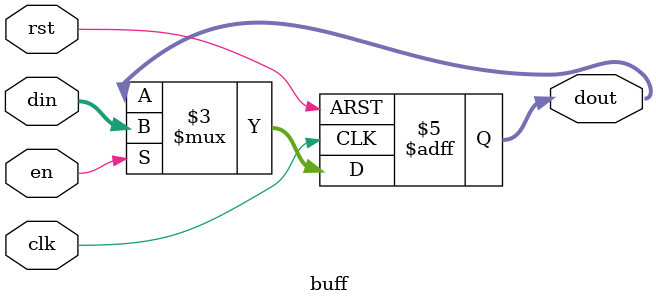
<source format=sv>
module buff #(
    Width = 32
) (
    input logic clk,en,rst,
    input logic [Width-1:0]din,
    output logic [Width-1:0]dout    
);
    always_ff @( posedge clk , posedge rst ) begin 
        if (rst)
            dout <= 0;
        else if (en) begin
            dout <= din;
        end
        else begin
            dout<= dout;
        end
    end
    
endmodule
</source>
